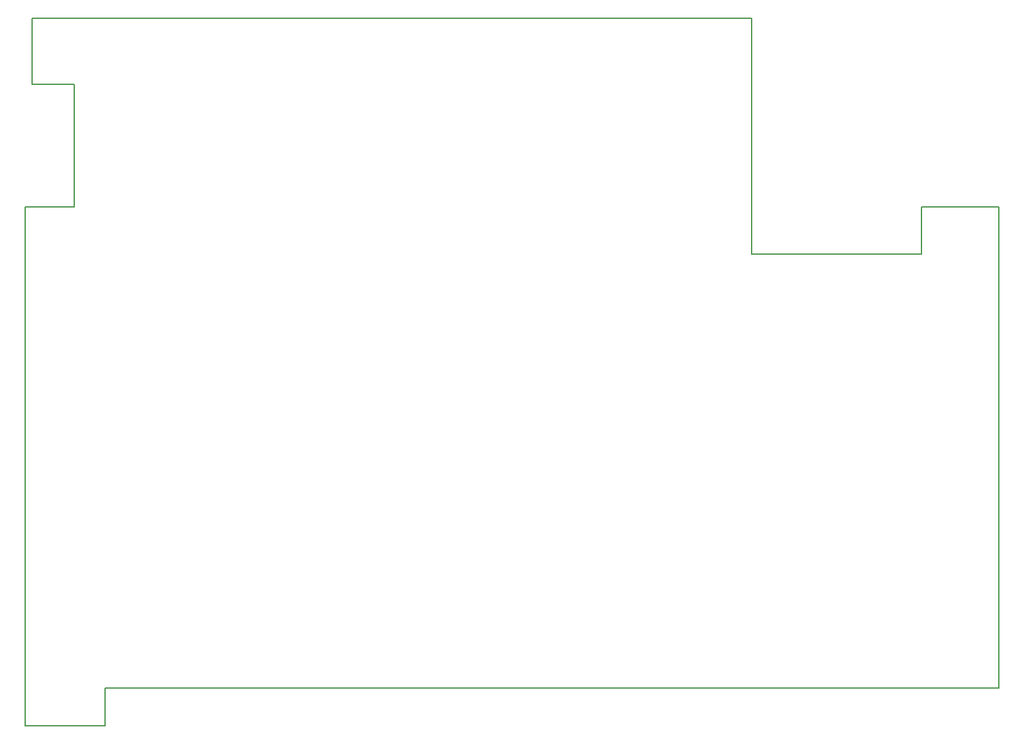
<source format=gbr>
G04 DipTrace 4.0.0.5*
G04 BoardOutline.gbr*
%MOIN*%
G04 #@! TF.FileFunction,Profile*
G04 #@! TF.Part,Single*
%ADD12C,0.005512*%
%FSLAX26Y26*%
G04*
G70*
G90*
G75*
G01*
G04 BoardOutline*
%LPD*%
X656200Y3143700D2*
D12*
Y3793700D1*
X431200D1*
Y4143700D1*
X4243700D1*
Y2893700D1*
X5143700D1*
Y3143700D1*
X5556200D1*
Y593700D1*
X5106200D1*
X818700D1*
Y393700D1*
X393700D1*
Y3143700D1*
X656200D1*
M02*

</source>
